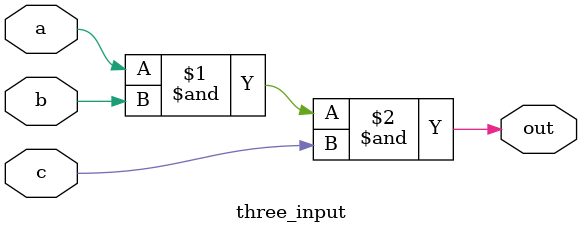
<source format=v>
module three_input (a,b,c,out);
	input a,b,c;
	output out;

	and(out,a,b,c);
endmodule

</source>
